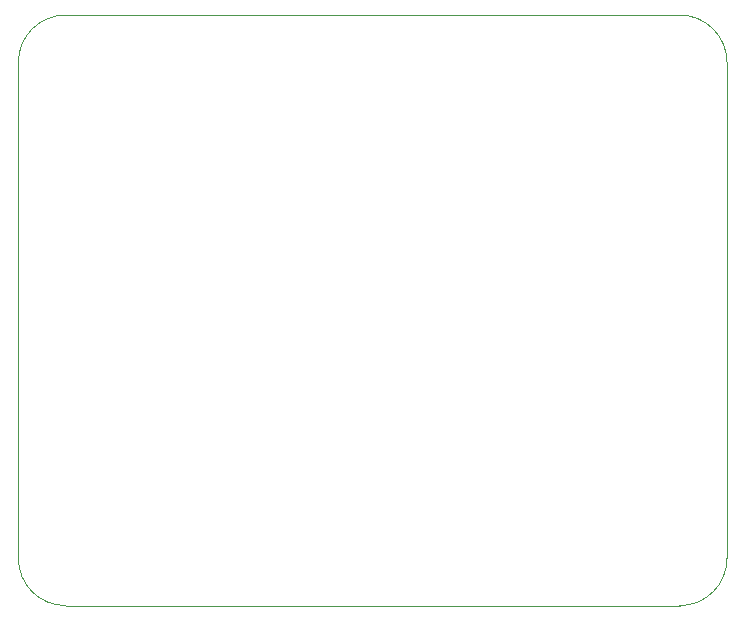
<source format=gbr>
%TF.GenerationSoftware,KiCad,Pcbnew,7.0.7-7.0.7~ubuntu22.04.1*%
%TF.CreationDate,2023-09-19T23:07:00+02:00*%
%TF.ProjectId,som_fpga,736f6d5f-6670-4676-912e-6b696361645f,rev?*%
%TF.SameCoordinates,Original*%
%TF.FileFunction,Profile,NP*%
%FSLAX46Y46*%
G04 Gerber Fmt 4.6, Leading zero omitted, Abs format (unit mm)*
G04 Created by KiCad (PCBNEW 7.0.7-7.0.7~ubuntu22.04.1) date 2023-09-19 23:07:00*
%MOMM*%
%LPD*%
G01*
G04 APERTURE LIST*
%TA.AperFunction,Profile*%
%ADD10C,0.100000*%
%TD*%
G04 APERTURE END LIST*
D10*
X114140000Y-60090000D02*
G75*
G03*
X110140000Y-64090000I0J-4000000D01*
G01*
X110140000Y-106090000D02*
G75*
G03*
X114140000Y-110090000I4000000J0D01*
G01*
X166140000Y-110090000D02*
G75*
G03*
X170140000Y-106090000I0J4000000D01*
G01*
X166140000Y-110090000D02*
X114140000Y-110090000D01*
X170140000Y-64090000D02*
X170140000Y-106090000D01*
X110140000Y-64090000D02*
X110140000Y-106090000D01*
X114140000Y-60090000D02*
X166140000Y-60090000D01*
X170140000Y-64090000D02*
G75*
G03*
X166140000Y-60090000I-4000000J0D01*
G01*
M02*

</source>
